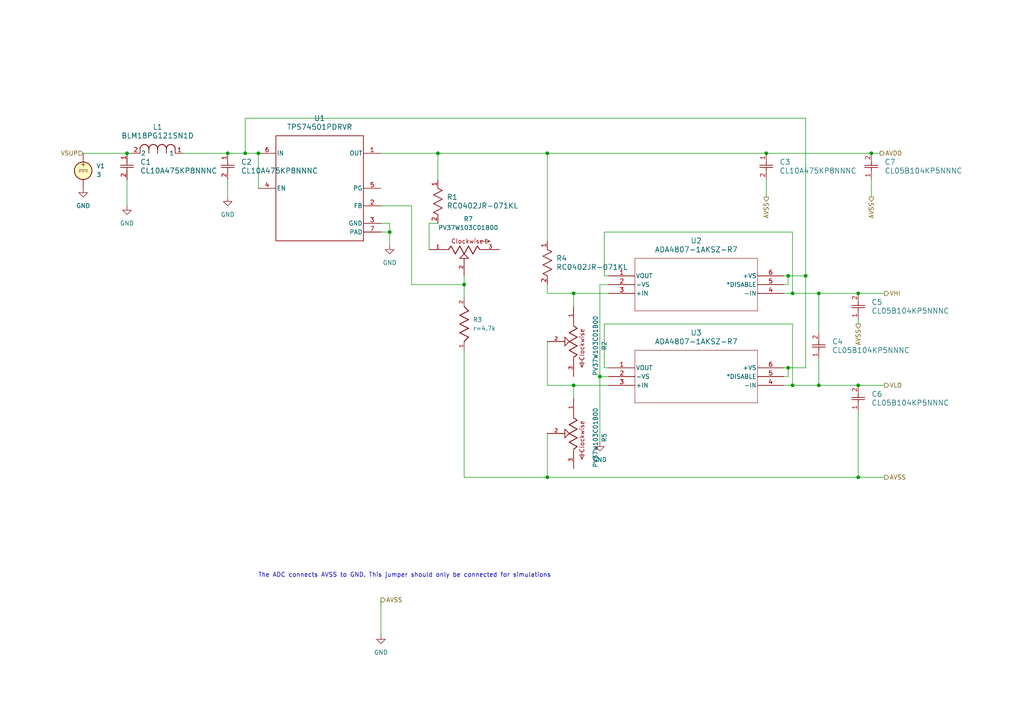
<source format=kicad_sch>
(kicad_sch (version 20231120) (generator "eeschema") (generator_version "8.0")
  (paper "A4")
  (lib_symbols
    (symbol "Cap100nF:CL05B104KP5NNNC" (pin_names (offset 0.254))
      (property "Reference" "C" (at 3.81 3.81 0))
      (property "Value" "CL05B104KP5NNNC" (at 3.81 -3.81 0))
      (symbol "CL05B104KP5NNNC_1_1"
        (polyline (pts (xy 2.54 0) (xy 3.4798 0)) (stroke (width 0.2032)))
        (polyline (pts (xy 3.4798 -1.905) (xy 3.4798 1.905)) (stroke (width 0.2032)))
        (polyline (pts (xy 4.1148 -1.905) (xy 4.1148 1.905)) (stroke (width 0.2032)))
        (polyline (pts (xy 4.1148 0) (xy 5.08 0)) (stroke (width 0.2032)))
        (pin unspecified line (at 0 0 0) (length 2.54) (name "") (number "1"))
        (pin unspecified line (at 7.62 0 180) (length 2.54) (name "") (number "2"))
      )
      (symbol "CL05B104KP5NNNC_1_2"
        (polyline (pts (xy -1.905 -4.1148) (xy 1.905 -4.1148)) (stroke (width 0.2032)))
        (polyline (pts (xy -1.905 -3.4798) (xy 1.905 -3.4798)) (stroke (width 0.2032)))
        (polyline (pts (xy 0 -4.1148) (xy 0 -5.08)) (stroke (width 0.2032)))
        (polyline (pts (xy 0 -2.54) (xy 0 -3.4798)) (stroke (width 0.2032)))
        (pin unspecified line (at 0 0 270) (length 2.54) (name "") (number "1"))
        (pin unspecified line (at 0 -7.62 90) (length 2.54) (name "") (number "2"))
      )
    )
    (symbol "Cap4.7uF:CL10A475KP8NNNC" (pin_names (offset 0.254))
      (property "Reference" "C" (at 3.81 3.81 0))
      (property "Value" "CL10A475KP8NNNC" (at 3.81 -3.81 0))
      (symbol "CL10A475KP8NNNC_1_1"
        (polyline (pts (xy 2.54 0) (xy 3.4798 0)) (stroke (width 0.2032)))
        (polyline (pts (xy 3.4798 -1.905) (xy 3.4798 1.905)) (stroke (width 0.2032)))
        (polyline (pts (xy 4.1148 -1.905) (xy 4.1148 1.905)) (stroke (width 0.2032)))
        (polyline (pts (xy 4.1148 0) (xy 5.08 0)) (stroke (width 0.2032)))
        (pin unspecified line (at 0 0 0) (length 2.54) (name "") (number "1"))
        (pin unspecified line (at 7.62 0 180) (length 2.54) (name "") (number "2"))
      )
      (symbol "CL10A475KP8NNNC_1_2"
        (polyline (pts (xy -1.905 -4.1148) (xy 1.905 -4.1148)) (stroke (width 0.2032)))
        (polyline (pts (xy -1.905 -3.4798) (xy 1.905 -3.4798)) (stroke (width 0.2032)))
        (polyline (pts (xy 0 -4.1148) (xy 0 -5.08)) (stroke (width 0.2032)))
        (polyline (pts (xy 0 -2.54) (xy 0 -3.4798)) (stroke (width 0.2032)))
        (pin unspecified line (at 0 0 270) (length 2.54) (name "") (number "1"))
        (pin unspecified line (at 0 -7.62 90) (length 2.54) (name "") (number "2"))
      )
    )
    (symbol "LDO:TPS74501PDRVR" (pin_names (offset 0.254))
      (property "Reference" "U" (at 0 2.54 0))
      (property "Value" "TPS74501PDRVR" (at 0 0 0))
      (symbol "TPS74501PDRVR_0_1"
        (polyline (pts (xy -12.7 -15.24) (xy 12.7 -15.24)) (stroke (width 0.2032)))
        (polyline (pts (xy -12.7 15.24) (xy -12.7 -15.24)) (stroke (width 0.2032)))
        (polyline (pts (xy 12.7 -15.24) (xy 12.7 15.24)) (stroke (width 0.2032)))
        (polyline (pts (xy 12.7 15.24) (xy -12.7 15.24)) (stroke (width 0.2032)))
        (pin power_in line (at 17.78 10.16 180) (length 5.08) (name "OUT") (number "1"))
        (pin input line (at 17.78 -5.08 180) (length 5.08) (name "FB") (number "2"))
        (pin power_in line (at 17.78 -10.16 180) (length 5.08) (name "GND") (number "3"))
        (pin input line (at -17.78 0 0) (length 5.08) (name "EN") (number "4"))
        (pin open_collector line (at 17.78 0 180) (length 5.08) (name "PG") (number "5"))
        (pin power_in line (at -17.78 10.16 0) (length 5.08) (name "IN") (number "6"))
        (pin power_in line (at 17.78 -12.7 180) (length 5.08) (name "PAD") (number "7"))
      )
    )
    (symbol "Opamp:ADA4807-1AKSZ-R7" (pin_names (offset 0.254))
      (property "Reference" "U" (at 25.4 10.16 0))
      (property "Value" "ADA4807-1AKSZ-R7" (at 25.4 7.62 0))
      (symbol "ADA4807-1AKSZ-R7_0_1"
        (polyline (pts (xy 7.62 -10.16) (xy 43.18 -10.16)) (stroke (width 0.127)))
        (polyline (pts (xy 7.62 5.08) (xy 7.62 -10.16)) (stroke (width 0.127)))
        (polyline (pts (xy 43.18 -10.16) (xy 43.18 5.08)) (stroke (width 0.127)))
        (polyline (pts (xy 43.18 5.08) (xy 7.62 5.08)) (stroke (width 0.127)))
        (pin power_in line (at 0 0 0) (length 7.62) (name "VOUT") (number "1"))
        (pin power_in line (at 0 -2.54 0) (length 7.62) (name "-VS") (number "2"))
        (pin input line (at 0 -5.08 0) (length 7.62) (name "+IN") (number "3"))
        (pin input line (at 50.8 -5.08 180) (length 7.62) (name "-IN") (number "4"))
        (pin unspecified line (at 50.8 -2.54 180) (length 7.62) (name "*DISABLE") (number "5"))
        (pin power_in line (at 50.8 0 180) (length 7.62) (name "+VS") (number "6"))
      )
    )
    (symbol "Resistor1k:RC0402JR-071KL" (pin_names (offset 0.254))
      (property "Reference" "R" (at 5.715 3.81 0))
      (property "Value" "RC0402JR-071KL" (at 6.35 -3.81 0))
      (symbol "RC0402JR-071KL_1_1"
        (polyline (pts (xy 2.54 0) (xy 3.175 1.27)) (stroke (width 0.2032)))
        (polyline (pts (xy 3.175 1.27) (xy 4.445 -1.27)) (stroke (width 0.2032)))
        (polyline (pts (xy 4.445 -1.27) (xy 5.715 1.27)) (stroke (width 0.2032)))
        (polyline (pts (xy 5.715 1.27) (xy 6.985 -1.27)) (stroke (width 0.2032)))
        (polyline (pts (xy 6.985 -1.27) (xy 8.255 1.27)) (stroke (width 0.2032)))
        (polyline (pts (xy 8.255 1.27) (xy 9.525 -1.27)) (stroke (width 0.2032)))
        (polyline (pts (xy 9.525 -1.27) (xy 10.16 0)) (stroke (width 0.2032)))
        (pin unspecified line (at 12.7 0 180) (length 2.54) (name "") (number "1"))
        (pin unspecified line (at 0 0 0) (length 2.54) (name "") (number "2"))
      )
      (symbol "RC0402JR-071KL_1_2"
        (polyline (pts (xy -1.27 3.175) (xy 1.27 4.445)) (stroke (width 0.2032)))
        (polyline (pts (xy -1.27 5.715) (xy 1.27 6.985)) (stroke (width 0.2032)))
        (polyline (pts (xy -1.27 8.255) (xy 1.27 9.525)) (stroke (width 0.2032)))
        (polyline (pts (xy 0 2.54) (xy -1.27 3.175)) (stroke (width 0.2032)))
        (polyline (pts (xy 1.27 4.445) (xy -1.27 5.715)) (stroke (width 0.2032)))
        (polyline (pts (xy 1.27 6.985) (xy -1.27 8.255)) (stroke (width 0.2032)))
        (polyline (pts (xy 1.27 9.525) (xy 0 10.16)) (stroke (width 0.2032)))
        (pin unspecified line (at 0 12.7 270) (length 2.54) (name "") (number "1"))
        (pin unspecified line (at 0 0 90) (length 2.54) (name "") (number "2"))
      )
    )
    (symbol "Simulation_SPICE:VDC" (pin_numbers hide) (pin_names (offset 0.0254))
      (property "Reference" "V" (at 2.54 2.54 0))
      (property "Value" "1" (at 2.54 0 0))
      (symbol "VDC_0_0"
        (polyline (pts (xy -1.27 0.254) (xy 1.27 0.254)))
        (polyline (pts (xy -0.762 -0.254) (xy -1.27 -0.254)))
        (polyline (pts (xy 0.254 -0.254) (xy -0.254 -0.254)))
        (polyline (pts (xy 1.27 -0.254) (xy 0.762 -0.254)))
        (text "+" (at 0 1.905 0) (effects (font (size 1.27 1.27))))
      )
      (symbol "VDC_0_1"
        (circle (center 0 0) (radius 2.54) (stroke (width 0.254)) (fill (type background)))
      )
      (symbol "VDC_1_1"
        (pin passive line (at 0 5.08 270) (length 2.54) (name "~") (number "1"))
        (pin passive line (at 0 -5.08 90) (length 2.54) (name "~") (number "2"))
      )
    )
    (symbol "ferriteBeads120Ohm:BLM18PG121SN1D" (pin_names (offset 0.254))
      (property "Reference" "L" (at 6.985 5.08 0))
      (property "Value" "BLM18PG121SN1D" (at 6.985 -2.54 0))
      (symbol "BLM18PG121SN1D_1_1"
        (polyline (pts (xy 2.54 0) (xy 2.54 1.27)) (stroke (width 0.2032)))
        (polyline (pts (xy 5.08 0) (xy 5.08 1.27)) (stroke (width 0.2032)))
        (polyline (pts (xy 7.62 0) (xy 7.62 1.27)) (stroke (width 0.2032)))
        (polyline (pts (xy 10.16 0) (xy 10.16 1.27)) (stroke (width 0.2032)))
        (polyline (pts (xy 12.7 0) (xy 12.7 1.27)) (stroke (width 0.2032)))
        (arc (start 5.08 1.27) (mid 3.81 2.5344) (end 2.54 1.27) (stroke (width 0.254)))
        (arc (start 7.62 1.27) (mid 6.35 2.5344) (end 5.08 1.27) (stroke (width 0.254)))
        (arc (start 10.16 1.27) (mid 8.89 2.5344) (end 7.62 1.27) (stroke (width 0.254)))
        (arc (start 12.7 1.27) (mid 11.43 2.5344) (end 10.16 1.27) (stroke (width 0.254)))
        (pin unspecified line (at 15.24 0 180) (length 2.54) (name "1") (number "1"))
        (pin unspecified line (at 0 0 0) (length 2.54) (name "2") (number "2"))
      )
      (symbol "BLM18PG121SN1D_1_2"
        (arc (start -1.27 5.08) (mid -2.5344 3.81) (end -1.27 2.54) (stroke (width 0.254)))
        (arc (start -1.27 7.62) (mid -2.5344 6.35) (end -1.27 5.08) (stroke (width 0.254)))
        (arc (start -1.27 10.16) (mid -2.5344 8.89) (end -1.27 7.62) (stroke (width 0.254)))
        (arc (start -1.27 12.7) (mid -2.5344 11.43) (end -1.27 10.16) (stroke (width 0.254)))
        (polyline (pts (xy 0 2.54) (xy -1.27 2.54)) (stroke (width 0.2032)))
        (polyline (pts (xy 0 5.08) (xy -1.27 5.08)) (stroke (width 0.2032)))
        (polyline (pts (xy 0 7.62) (xy -1.27 7.62)) (stroke (width 0.2032)))
        (polyline (pts (xy 0 10.16) (xy -1.27 10.16)) (stroke (width 0.2032)))
        (polyline (pts (xy 0 12.7) (xy -1.27 12.7)) (stroke (width 0.2032)))
        (pin unspecified line (at 0 15.24 270) (length 2.54) (name "1") (number "1"))
        (pin unspecified line (at 0 0 90) (length 2.54) (name "2") (number "2"))
      )
    )
    (symbol "pot_10turn:PV37W103C01B00" (pin_names (offset 1.016))
      (property "Reference" "R" (at -10.6887 7.6348 0))
      (property "Value" "PV37W103C01B00" (at -10.6887 -5.5953 0))
      (symbol "PV37W103C01B00_0_0"
        (polyline (pts (xy -4.572 0) (xy -5.08 0)) (stroke (width 0.1524)))
        (polyline (pts (xy -3.81 -1.016) (xy -4.572 0)) (stroke (width 0.254)))
        (polyline (pts (xy -2.54 1.27) (xy -3.81 -1.016)) (stroke (width 0.254)))
        (polyline (pts (xy -1.27 -1.016) (xy -2.54 1.27)) (stroke (width 0.254)))
        (polyline (pts (xy -1.27 2.54) (xy 1.27 2.54)) (stroke (width 0.2032)))
        (polyline (pts (xy 0 1.27) (xy -1.27 -1.016)) (stroke (width 0.254)))
        (polyline (pts (xy 0 1.27) (xy -1.27 2.54)) (stroke (width 0.2032)))
        (polyline (pts (xy 1.27 -1.016) (xy 0 1.27)) (stroke (width 0.254)))
        (polyline (pts (xy 1.27 2.54) (xy 0 1.27)) (stroke (width 0.2032)))
        (polyline (pts (xy 2.54 1.27) (xy 1.27 -1.016)) (stroke (width 0.254)))
        (polyline (pts (xy 3.81 -1.016) (xy 2.54 1.27)) (stroke (width 0.254)))
        (polyline (pts (xy 4.572 0) (xy 3.81 -1.016)) (stroke (width 0.254)))
        (polyline (pts (xy 4.953 -2.413) (xy 7.493 -2.413)) (stroke (width 0.1524)))
        (polyline (pts (xy 5.08 0) (xy 4.572 0)) (stroke (width 0.1524)))
        (polyline (pts (xy 6.223 -3.048) (xy 6.223 -1.778)) (stroke (width 0.1524)))
        (polyline (pts (xy 6.223 -1.778) (xy 7.493 -2.413)) (stroke (width 0.1524)))
        (polyline (pts (xy 7.493 -2.413) (xy 6.223 -3.048)) (stroke (width 0.1524)))
        (text "Clockwise" (at -3.81 -3.175 0) (effects (font (size 1.27 1.27)) (justify left bottom)))
        (pin passive line (at -10.16 0 0) (length 5.08) (name "~") (number "1"))
        (pin passive line (at 0 7.62 270) (length 5.08) (name "~") (number "2"))
        (pin passive line (at 10.16 0 180) (length 5.08) (name "~") (number "3"))
      )
    )
    (symbol "power:GND" (power) (pin_numbers hide) (pin_names (offset 0) hide)
      (property "Value" "GND" (at 0 -3.81 0))
      (symbol "GND_0_1"
        (polyline (pts (xy 0 0) (xy 0 -1.27) (xy 1.27 -1.27) (xy 0 -2.54) (xy -1.27 -1.27) (xy 0 -1.27)))
      )
      (symbol "GND_1_1"
        (pin power_in line (at 0 0 270) (length 0) (name "~") (number "1"))
      )
    )
    (symbol "resistor4.7k:RC0402FR-074K7L" (pin_names (offset 1.016))
      (property "Reference" "R" (at -4.447 2.0075 0))
      (property "Value" "RC0402FR-074K7L" (at -4.4467 -3.5574 0))
      (symbol "RC0402FR-074K7L_0_0"
        (polyline (pts (xy -5.08 0) (xy -3.81 -1.27)) (stroke (width 0.254)))
        (polyline (pts (xy -3.81 -1.27) (xy -2.54 1.27)) (stroke (width 0.254)))
        (polyline (pts (xy -2.54 1.27) (xy -1.27 -1.27)) (stroke (width 0.254)))
        (polyline (pts (xy -1.27 -1.27) (xy 0 1.27)) (stroke (width 0.254)))
        (polyline (pts (xy 0 1.27) (xy 1.27 -1.27)) (stroke (width 0.254)))
        (polyline (pts (xy 1.27 -1.27) (xy 2.54 1.27)) (stroke (width 0.254)))
        (polyline (pts (xy 2.54 1.27) (xy 3.81 -1.27)) (stroke (width 0.254)))
        (polyline (pts (xy 3.81 -1.27) (xy 5.08 0)) (stroke (width 0.254)))
        (pin passive line (at -7.62 0 0) (length 2.54) (name "~") (number "1"))
        (pin passive line (at 7.62 0 180) (length 2.54) (name "~") (number "2"))
      )
    )
  )
  (junction (at 113.03 67.31))
  (junction (at 237.49 111.76))
  (junction (at 158.75 44.45))
  (junction (at 228.6 106.68))
  (junction (at 166.37 111.76))
  (junction (at 229.87 111.76))
  (junction (at 248.92 85.09))
  (junction (at 71.12 44.45))
  (junction (at 74.93 44.45))
  (junction (at 252.73 44.45))
  (junction (at 173.99 109.22))
  (junction (at 237.49 85.09))
  (junction (at 228.6 80.01))
  (junction (at 36.83 44.45))
  (junction (at 66.04 44.45))
  (junction (at 222.25 44.45))
  (junction (at 134.62 82.55))
  (junction (at 166.37 85.09))
  (junction (at 158.75 138.43))
  (junction (at 248.92 138.43))
  (junction (at 248.92 111.76))
  (junction (at 229.87 85.09))
  (junction (at 127 44.45))
  (junction (at 233.68 80.01))
  (wire (pts (xy 36.83 44.45) (xy 38.1 44.45)))
  (wire (pts (xy 175.26 106.68) (xy 176.53 106.68)))
  (wire (pts (xy 252.73 52.07) (xy 252.73 57.15)))
  (wire (pts (xy 158.75 82.55) (xy 158.75 85.09)))
  (wire (pts (xy 222.25 52.07) (xy 222.25 57.15)))
  (wire (pts (xy 71.12 44.45) (xy 74.93 44.45)))
  (wire (pts (xy 134.62 138.43) (xy 158.75 138.43)))
  (wire (pts (xy 134.62 82.55) (xy 119.38 82.55)))
  (wire (pts (xy 227.33 111.76) (xy 229.87 111.76)))
  (wire (pts (xy 134.62 82.55) (xy 134.62 86.36)))
  (wire (pts (xy 110.49 64.77) (xy 113.03 64.77)))
  (wire (pts (xy 173.99 109.22) (xy 173.99 128.27)))
  (wire (pts (xy 227.33 106.68) (xy 228.6 106.68)))
  (wire (pts (xy 228.6 106.68) (xy 233.68 106.68)))
  (wire (pts (xy 175.26 80.01) (xy 176.53 80.01)))
  (wire (pts (xy 166.37 85.09) (xy 166.37 88.9)))
  (wire (pts (xy 248.92 92.71) (xy 248.92 93.98)))
  (wire (pts (xy 228.6 80.01) (xy 228.6 82.55)))
  (wire (pts (xy 229.87 111.76) (xy 237.49 111.76)))
  (wire (pts (xy 71.12 34.29) (xy 233.68 34.29)))
  (wire (pts (xy 227.33 80.01) (xy 228.6 80.01)))
  (wire (pts (xy 113.03 64.77) (xy 113.03 67.31)))
  (wire (pts (xy 158.75 99.06) (xy 158.75 111.76)))
  (wire (pts (xy 127 64.77) (xy 124.46 64.77)))
  (wire (pts (xy 124.46 64.77) (xy 124.46 72.39)))
  (wire (pts (xy 158.75 85.09) (xy 166.37 85.09)))
  (wire (pts (xy 237.49 111.76) (xy 248.92 111.76)))
  (wire (pts (xy 119.38 82.55) (xy 119.38 59.69)))
  (wire (pts (xy 36.83 52.07) (xy 36.83 59.69)))
  (wire (pts (xy 175.26 93.98) (xy 175.26 106.68)))
  (wire (pts (xy 228.6 106.68) (xy 228.6 109.22)))
  (wire (pts (xy 166.37 111.76) (xy 166.37 115.57)))
  (wire (pts (xy 74.93 44.45) (xy 74.93 54.61)))
  (wire (pts (xy 127 44.45) (xy 158.75 44.45)))
  (wire (pts (xy 66.04 57.15) (xy 66.04 52.07)))
  (wire (pts (xy 158.75 125.73) (xy 158.75 138.43)))
  (wire (pts (xy 158.75 44.45) (xy 222.25 44.45)))
  (wire (pts (xy 173.99 82.55) (xy 176.53 82.55)))
  (wire (pts (xy 175.26 67.31) (xy 175.26 80.01)))
  (wire (pts (xy 166.37 85.09) (xy 176.53 85.09)))
  (wire (pts (xy 228.6 80.01) (xy 233.68 80.01)))
  (wire (pts (xy 66.04 44.45) (xy 71.12 44.45)))
  (wire (pts (xy 173.99 82.55) (xy 173.99 109.22)))
  (wire (pts (xy 229.87 93.98) (xy 175.26 93.98)))
  (wire (pts (xy 229.87 111.76) (xy 229.87 93.98)))
  (wire (pts (xy 110.49 67.31) (xy 113.03 67.31)))
  (wire (pts (xy 248.92 85.09) (xy 256.54 85.09)))
  (wire (pts (xy 227.33 82.55) (xy 228.6 82.55)))
  (wire (pts (xy 252.73 44.45) (xy 255.27 44.45)))
  (wire (pts (xy 233.68 34.29) (xy 233.68 80.01)))
  (wire (pts (xy 134.62 101.6) (xy 134.62 138.43)))
  (wire (pts (xy 134.62 80.01) (xy 134.62 82.55)))
  (wire (pts (xy 229.87 85.09) (xy 237.49 85.09)))
  (wire (pts (xy 71.12 44.45) (xy 71.12 34.29)))
  (wire (pts (xy 113.03 67.31) (xy 113.03 71.12)))
  (wire (pts (xy 237.49 85.09) (xy 237.49 96.52)))
  (wire (pts (xy 222.25 44.45) (xy 252.73 44.45)))
  (wire (pts (xy 248.92 111.76) (xy 256.54 111.76)))
  (wire (pts (xy 248.92 138.43) (xy 256.54 138.43)))
  (wire (pts (xy 119.38 59.69) (xy 110.49 59.69)))
  (wire (pts (xy 127 44.45) (xy 127 52.07)))
  (wire (pts (xy 229.87 85.09) (xy 229.87 67.31)))
  (wire (pts (xy 166.37 111.76) (xy 176.53 111.76)))
  (wire (pts (xy 110.49 173.99) (xy 110.49 184.15)))
  (wire (pts (xy 237.49 85.09) (xy 248.92 85.09)))
  (wire (pts (xy 233.68 80.01) (xy 233.68 106.68)))
  (wire (pts (xy 158.75 111.76) (xy 166.37 111.76)))
  (wire (pts (xy 237.49 104.14) (xy 237.49 111.76)))
  (wire (pts (xy 110.49 44.45) (xy 127 44.45)))
  (wire (pts (xy 248.92 119.38) (xy 248.92 138.43)))
  (wire (pts (xy 227.33 85.09) (xy 229.87 85.09)))
  (wire (pts (xy 229.87 67.31) (xy 175.26 67.31)))
  (wire (pts (xy 227.33 109.22) (xy 228.6 109.22)))
  (wire (pts (xy 173.99 109.22) (xy 176.53 109.22)))
  (wire (pts (xy 158.75 44.45) (xy 158.75 69.85)))
  (wire (pts (xy 53.34 44.45) (xy 66.04 44.45)))
  (wire (pts (xy 24.13 44.45) (xy 36.83 44.45)))
  (wire (pts (xy 158.75 138.43) (xy 248.92 138.43)))
  (text "The ADC connects AVSS to GND. This jumper should only be connected for simulations" (at 117.348 166.878 0) (effects (font (size 1.27 1.27))))
  (hierarchical_label "AVSS" (shape output) (at 252.73 57.15 270))
  (hierarchical_label "AVSS" (shape output) (at 256.54 138.43 0))
  (hierarchical_label "AVSS" (shape output) (at 110.49 173.99 0))
  (hierarchical_label "AVDD" (shape output) (at 255.27 44.45 0))
  (hierarchical_label "VSUP" (shape input) (at 24.13 44.45 180))
  (hierarchical_label "AVSS" (shape output) (at 222.25 57.15 270))
  (hierarchical_label "VHI" (shape output) (at 256.54 85.09 0))
  (hierarchical_label "AVSS" (shape output) (at 248.92 93.98 270))
  (hierarchical_label "VLO" (shape output) (at 256.54 111.76 0))
  (symbol (lib_id "Resistor1k:RC0402JR-071KL") (at 158.75 82.55 90) (unit 1)
    (property "Reference" "R4" (at 161.29 74.9299 90) (effects (font (size 1.524 1.524)) (justify right)))
    (property "Value" "RC0402JR-071KL" (at 161.29 77.4699 90) (effects (font (size 1.524 1.524)) (justify right)))
    (property "Footprint" "RC0402N_YAG" (effects (hide yes)))
    (property "Datasheet" "RC0402JR-071KL" (effects (hide yes)))
    (property "Sim.Device" "R" (effects (hide yes)))
    (property "Sim.Pins" "1=+ 2=-" (effects (hide yes)))
    (property "Sim.Params" "r=1k" (effects (hide yes)))
    (property "Sim.Type" "=" (effects (hide yes)))
  )
  (symbol (lib_id "Resistor1k:RC0402JR-071KL") (at 127 64.77 90) (unit 1)
    (property "Reference" "R1" (at 129.54 57.1499 90) (effects (font (size 1.524 1.524)) (justify right)))
    (property "Value" "RC0402JR-071KL" (at 129.54 59.6899 90) (effects (font (size 1.524 1.524)) (justify right)))
    (property "Footprint" "RC0402N_YAG" (effects (hide yes)))
    (property "Datasheet" "RC0402JR-071KL" (effects (hide yes)))
    (property "Sim.Device" "R" (effects (hide yes)))
    (property "Sim.Pins" "1=+ 2=-" (effects (hide yes)))
    (property "Sim.Params" "r=1k" (effects (hide yes)))
    (property "Sim.Type" "=" (effects (hide yes)))
  )
  (symbol (lib_id "resistor4.7k:RC0402FR-074K7L") (at 134.62 93.98 90) (unit 1)
    (property "Reference" "R3" (at 137.16 92.7099 90) (effects (justify right)))
    (property "Value" "${SIM.PARAMS}" (at 137.16 95.2499 90) (effects (justify right)))
    (property "Footprint" "RC0402FR-074K7L:RESC1005X40" (effects (hide yes)))
    (property "DigiKey_Part_Number" "311-4.7KLRTR-ND" (effects (hide yes)))
    (property "SnapEDA_Link" "https://www.snapeda.com/parts/RC0402FR-074K7L/Yageo/view-part/?ref=snap" (effects (hide yes)))
    (property "Description_1" "\n4.7 kOhms ±1% 0.063W, 1/16W Chip Resistor 0402 (1005 Metric) Moisture Resistant Thick Film\n" (effects (hide yes)))
    (property "Package" "1005 Panasonic Electronic Components" (effects (hide yes)))
    (property "Check_prices" "https://www.snapeda.com/parts/RC0402FR-074K7L/Yageo/view-part/?ref=eda" (effects (hide yes)))
    (property "MF" "Yageo" (effects (hide yes)))
    (property "MP" "RC0402FR-074K7L" (effects (hide yes)))
    (property "MANUFACTURER" "YAGEO" (effects (hide yes)))
    (property "Sim.Device" "R" (effects (hide yes)))
    (property "Sim.Type" "=" (effects (hide yes)))
    (property "Sim.Params" "r=4.7k" (effects (hide yes)))
    (property "Sim.Pins" "1=+ 2=-" (effects (hide yes)))
  )
  (symbol (lib_id "pot_10turn:PV37W103C01B00") (at 134.62 72.39 0) (mirror x) (unit 1)
    (property "Reference" "R7" (at 135.8265 63.5 0))
    (property "Value" "PV37W103C01B00" (at 135.8265 66.04 0))
    (property "Footprint" "PV37W103C01B00:TRIM_PV37W103C01B00" (effects (hide yes)))
    (property "PARTREV" "08/19" (effects (hide yes)))
    (property "STANDARD" "Manufacturer recommendations" (effects (hide yes)))
    (property "MAXIMUM_PACKAGE_HEIGHT" "7.75 mm" (effects (hide yes)))
    (property "MANUFACTURER" "Bourns" (effects (hide yes)))
    (property "Sim.Device" "R" (effects (hide yes)))
    (property "Sim.Type" "POT" (effects (hide yes)))
    (property "Sim.Pins" "1=r0 2=wiper 3=r1" (effects (hide yes)))
    (property "Sim.Params" "r=10k" (effects (hide yes)))
  )
  (symbol (lib_id "Cap100nF:CL05B104KP5NNNC") (at 248.92 92.71 90) (unit 1)
    (property "Reference" "C5" (at 252.73 87.6299 90) (effects (font (size 1.524 1.524)) (justify right)))
    (property "Value" "CL05B104KP5NNNC" (at 252.73 90.1699 90) (effects (font (size 1.524 1.524)) (justify right)))
    (property "Footprint" "CAP_CL05_SAM" (effects (hide yes)))
    (property "Datasheet" "CL05B104KP5NNNC" (effects (hide yes)))
    (property "Sim.Device" "C" (effects (hide yes)))
    (property "Sim.Pins" "1=+ 2=-" (effects (hide yes)))
    (property "Sim.Params" "c=100n" (effects (hide yes)))
    (property "Sim.Type" "=" (effects (hide yes)))
  )
  (symbol (lib_id "Opamp:ADA4807-1AKSZ-R7") (at 176.53 106.68 0) (unit 1)
    (property "Reference" "U3" (at 201.93 96.52 0) (effects (font (size 1.524 1.524))))
    (property "Value" "ADA4807-1AKSZ-R7" (at 201.93 99.06 0) (effects (font (size 1.524 1.524))))
    (property "Footprint" "KS-6_ADI" (effects (hide yes)))
    (property "Datasheet" "ADA4807-1AKSZ-R7" (effects (hide yes)))
    (property "Sim.Library" "/home/maxwell/github-repos/sp-24-EE628/6_Test/2_PCB/test_board_1/TestBoardEDA/models/ADA4807.cir" (effects (hide yes)))
    (property "Sim.Name" "ADA4807" (effects (hide yes)))
    (property "Sim.Device" "SUBCKT" (effects (hide yes)))
    (property "Sim.Pins" "1=104 2=103 3=100 4=101 5=106 6=102" (effects (hide yes)))
  )
  (symbol (lib_id "Cap100nF:CL05B104KP5NNNC") (at 252.73 52.07 90) (unit 1)
    (property "Reference" "C7" (at 256.54 46.9899 90) (effects (font (size 1.524 1.524)) (justify right)))
    (property "Value" "CL05B104KP5NNNC" (at 256.54 49.5299 90) (effects (font (size 1.524 1.524)) (justify right)))
    (property "Footprint" "CAP_CL05_SAM" (effects (hide yes)))
    (property "Datasheet" "CL05B104KP5NNNC" (effects (hide yes)))
    (property "Sim.Device" "C" (effects (hide yes)))
    (property "Sim.Pins" "1=+ 2=-" (effects (hide yes)))
    (property "Sim.Params" "c=100n" (effects (hide yes)))
    (property "Sim.Type" "=" (effects (hide yes)))
  )
  (symbol (lib_id "power:GND") (at 24.13 54.61 0) (unit 1)
    (property "Reference" "#PWR07" (effects (hide yes)))
    (property "Value" "GND" (at 24.13 59.69 0))
    (property "Description" "Power symbol creates a global label with name \"GND\" , ground" (effects (hide yes)))
  )
  (symbol (lib_id "Cap100nF:CL05B104KP5NNNC") (at 237.49 104.14 90) (unit 1)
    (property "Reference" "C4" (at 241.3 99.0599 90) (effects (font (size 1.524 1.524)) (justify right)))
    (property "Value" "CL05B104KP5NNNC" (at 241.3 101.5999 90) (effects (font (size 1.524 1.524)) (justify right)))
    (property "Footprint" "CAP_CL05_SAM" (effects (hide yes)))
    (property "Datasheet" "CL05B104KP5NNNC" (effects (hide yes)))
    (property "Sim.Device" "C" (effects (hide yes)))
    (property "Sim.Pins" "1=+ 2=-" (effects (hide yes)))
    (property "Sim.Params" "c=100n" (effects (hide yes)))
    (property "Sim.Type" "=" (effects (hide yes)))
  )
  (symbol (lib_id "power:GND") (at 110.49 184.15 0) (unit 1)
    (property "Reference" "#PWR05" (effects (hide yes)))
    (property "Value" "GND" (at 110.49 189.23 0))
    (property "Description" "Power symbol creates a global label with name \"GND\" , ground" (effects (hide yes)))
  )
  (symbol (lib_id "LDO:TPS74501PDRVR") (at 92.71 54.61 0) (unit 1)
    (property "Reference" "U1" (at 92.71 34.29 0) (effects (font (size 1.524 1.524))))
    (property "Value" "TPS74501PDRVR" (at 92.71 36.83 0) (effects (font (size 1.524 1.524))))
    (property "Footprint" "DRV0006A" (effects (hide yes)))
    (property "Datasheet" "TPS74501PDRVR" (effects (hide yes)))
    (property "Sim.Library" "/home/maxwell/github-repos/sp-24-EE628/6_Test/2_PCB/test_board_1/TestBoardEDA/models/TPS74501P_TRANS.lib" (effects (hide yes)))
    (property "Sim.Name" "TPS74501P_TRANS" (effects (hide yes)))
    (property "Sim.Device" "SUBCKT" (effects (hide yes)))
    (property "Sim.Pins" "1=VOUT 2=FB 3=GND 4=EN 5=PG 6=VIN" (effects (hide yes)))
  )
  (symbol (lib_id "Cap100nF:CL05B104KP5NNNC") (at 248.92 119.38 90) (unit 1)
    (property "Reference" "C6" (at 252.73 114.2999 90) (effects (font (size 1.524 1.524)) (justify right)))
    (property "Value" "CL05B104KP5NNNC" (at 252.73 116.8399 90) (effects (font (size 1.524 1.524)) (justify right)))
    (property "Footprint" "CAP_CL05_SAM" (effects (hide yes)))
    (property "Datasheet" "CL05B104KP5NNNC" (effects (hide yes)))
    (property "Sim.Device" "C" (effects (hide yes)))
    (property "Sim.Pins" "1=+ 2=-" (effects (hide yes)))
    (property "Sim.Params" "c=100n" (effects (hide yes)))
    (property "Sim.Type" "=" (effects (hide yes)))
  )
  (symbol (lib_id "Simulation_SPICE:VDC") (at 24.13 49.53 0) (unit 1)
    (property "Reference" "V1" (at 27.94 48.1301 0) (effects (justify left)))
    (property "Value" "3" (at 27.94 50.6701 0) (effects (justify left)))
    (property "Datasheet" "https://ngspice.sourceforge.io/docs/ngspice-html-manual/manual.xhtml#sec_Independent_Sources_for" (effects (hide yes)))
    (property "Description" "Voltage source, DC" (effects (hide yes)))
    (property "Sim.Pins" "1=+ 2=-" (effects (hide yes)))
    (property "Sim.Type" "DC" (effects (hide yes)))
    (property "Sim.Device" "V" (effects (hide yes)))
  )
  (symbol (lib_id "power:GND") (at 66.04 57.15 0) (unit 1)
    (property "Reference" "#PWR02" (effects (hide yes)))
    (property "Value" "GND" (at 66.04 62.23 0))
    (property "Description" "Power symbol creates a global label with name \"GND\" , ground" (effects (hide yes)))
  )
  (symbol (lib_id "pot_10turn:PV37W103C01B00") (at 166.37 99.06 90) (mirror x) (unit 1)
    (property "Reference" "R2" (at 175.26 100.2665 0))
    (property "Value" "PV37W103C01B00" (at 172.72 100.2665 0))
    (property "Footprint" "PV37W103C01B00:TRIM_PV37W103C01B00" (effects (hide yes)))
    (property "PARTREV" "08/19" (effects (hide yes)))
    (property "STANDARD" "Manufacturer recommendations" (effects (hide yes)))
    (property "MAXIMUM_PACKAGE_HEIGHT" "7.75 mm" (effects (hide yes)))
    (property "MANUFACTURER" "Bourns" (effects (hide yes)))
    (property "Sim.Device" "R" (effects (hide yes)))
    (property "Sim.Type" "POT" (effects (hide yes)))
    (property "Sim.Pins" "1=r0 2=wiper 3=r1" (effects (hide yes)))
    (property "Sim.Params" "r=10k pos=0.4" (effects (hide yes)))
  )
  (symbol (lib_id "Cap4.7uF:CL10A475KP8NNNC") (at 66.04 44.45 270) (unit 1)
    (property "Reference" "C2" (at 69.85 46.9899 90) (effects (font (size 1.524 1.524)) (justify left)))
    (property "Value" "CL10A475KP8NNNC" (at 69.85 49.5299 90) (effects (font (size 1.524 1.524)) (justify left)))
    (property "Footprint" "CAP_0603_CL10A_1P6XP8_SAM" (effects (hide yes)))
    (property "Datasheet" "CL10A475KP8NNNC" (effects (hide yes)))
    (property "Sim.Library" "/home/maxwell/github-repos/sp-24-EE628/6_Test/2_PCB/test_board_1/TestBoardEDA/models/CL10A475KP8NNN_Precise_DC0V_25degC_P.lib" (effects (hide yes)))
    (property "Sim.Name" "CL10A475KP8NNN_Precise_DC0V_25degC" (effects (hide yes)))
    (property "Sim.Device" "SUBCKT" (effects (hide yes)))
    (property "Sim.Pins" "1=1 2=2" (effects (hide yes)))
  )
  (symbol (lib_id "ferriteBeads120Ohm:BLM18PG121SN1D") (at 38.1 44.45 0) (unit 1)
    (property "Reference" "L1" (at 45.72 36.83 0) (effects (font (size 1.524 1.524))))
    (property "Value" "BLM18PG121SN1D" (at 45.72 39.37 0) (effects (font (size 1.524 1.524))))
    (property "Footprint" "IND_BLM18_0603_MUR" (effects (hide yes)))
    (property "Datasheet" "BLM18PG121SN1D" (effects (hide yes)))
    (property "Sim.Library" "/home/maxwell/github-repos/sp-24-EE628/6_Test/2_PCB/test_board_1/TestBoardEDA/models/BLM18PG121SN1.mod" (effects (hide yes)))
    (property "Sim.Name" "BLM18PG121SN1" (effects (hide yes)))
    (property "Sim.Device" "SUBCKT" (effects (hide yes)))
    (property "Sim.Pins" "1=port1 2=port2" (effects (hide yes)))
  )
  (symbol (lib_id "pot_10turn:PV37W103C01B00") (at 166.37 125.73 90) (mirror x) (unit 1)
    (property "Reference" "R5" (at 175.26 126.9365 0))
    (property "Value" "PV37W103C01B00" (at 172.72 126.9365 0))
    (property "Footprint" "PV37W103C01B00:TRIM_PV37W103C01B00" (effects (hide yes)))
    (property "PARTREV" "08/19" (effects (hide yes)))
    (property "STANDARD" "Manufacturer recommendations" (effects (hide yes)))
    (property "MAXIMUM_PACKAGE_HEIGHT" "7.75 mm" (effects (hide yes)))
    (property "MANUFACTURER" "Bourns" (effects (hide yes)))
    (property "Sim.Device" "R" (effects (hide yes)))
    (property "Sim.Type" "POT" (effects (hide yes)))
    (property "Sim.Pins" "1=r0 2=wiper 3=r1" (effects (hide yes)))
    (property "Sim.Params" "r=10k pos=0.2" (effects (hide yes)))
  )
  (symbol (lib_id "power:GND") (at 173.99 128.27 0) (unit 1)
    (property "Reference" "#PWR04" (effects (hide yes)))
    (property "Value" "GND" (at 173.99 133.35 0))
    (property "Description" "Power symbol creates a global label with name \"GND\" , ground" (effects (hide yes)))
  )
  (symbol (lib_id "Opamp:ADA4807-1AKSZ-R7") (at 176.53 80.01 0) (unit 1)
    (property "Reference" "U2" (at 201.93 69.85 0) (effects (font (size 1.524 1.524))))
    (property "Value" "ADA4807-1AKSZ-R7" (at 201.93 72.39 0) (effects (font (size 1.524 1.524))))
    (property "Footprint" "KS-6_ADI" (effects (hide yes)))
    (property "Datasheet" "ADA4807-1AKSZ-R7" (effects (hide yes)))
    (property "Sim.Library" "/home/maxwell/github-repos/sp-24-EE628/6_Test/2_PCB/test_board_1/TestBoardEDA/models/ADA4807.cir" (effects (hide yes)))
    (property "Sim.Name" "ADA4807" (effects (hide yes)))
    (property "Sim.Device" "SUBCKT" (effects (hide yes)))
    (property "Sim.Pins" "1=104 2=103 3=100 4=101 5=106 6=102" (effects (hide yes)))
  )
  (symbol (lib_id "power:GND") (at 113.03 71.12 0) (unit 1)
    (property "Reference" "#PWR03" (effects (hide yes)))
    (property "Value" "GND" (at 113.03 76.2 0))
    (property "Description" "Power symbol creates a global label with name \"GND\" , ground" (effects (hide yes)))
  )
  (symbol (lib_id "power:GND") (at 36.83 59.69 0) (unit 1)
    (property "Reference" "#PWR01" (effects (hide yes)))
    (property "Value" "GND" (at 36.83 64.77 0))
    (property "Description" "Power symbol creates a global label with name \"GND\" , ground" (effects (hide yes)))
  )
  (symbol (lib_id "Cap4.7uF:CL10A475KP8NNNC") (at 222.25 44.45 270) (unit 1)
    (property "Reference" "C3" (at 226.06 46.9899 90) (effects (font (size 1.524 1.524)) (justify left)))
    (property "Value" "CL10A475KP8NNNC" (at 226.06 49.5299 90) (effects (font (size 1.524 1.524)) (justify left)))
    (property "Footprint" "CAP_0603_CL10A_1P6XP8_SAM" (effects (hide yes)))
    (property "Datasheet" "CL10A475KP8NNNC" (effects (hide yes)))
    (property "Sim.Library" "/home/maxwell/github-repos/sp-24-EE628/6_Test/2_PCB/test_board_1/TestBoardEDA/models/CL10A475KP8NNN_Precise_DC0V_25degC_P.lib" (effects (hide yes)))
    (property "Sim.Name" "CL10A475KP8NNN_Precise_DC0V_25degC" (effects (hide yes)))
    (property "Sim.Device" "SUBCKT" (effects (hide yes)))
    (property "Sim.Pins" "1=1 2=2" (effects (hide yes)))
  )
  (symbol (lib_id "Cap4.7uF:CL10A475KP8NNNC") (at 36.83 44.45 270) (unit 1)
    (property "Reference" "C1" (at 40.64 46.9899 90) (effects (font (size 1.524 1.524)) (justify left)))
    (property "Value" "CL10A475KP8NNNC" (at 40.64 49.5299 90) (effects (font (size 1.524 1.524)) (justify left)))
    (property "Footprint" "CAP_0603_CL10A_1P6XP8_SAM" (effects (hide yes)))
    (property "Datasheet" "CL10A475KP8NNNC" (effects (hide yes)))
    (property "Sim.Library" "/home/maxwell/github-repos/sp-24-EE628/6_Test/2_PCB/test_board_1/TestBoardEDA/models/CL10A475KP8NNN_Precise_DC0V_25degC_P.lib" (effects (hide yes)))
    (property "Sim.Name" "CL10A475KP8NNN_Precise_DC0V_25degC" (effects (hide yes)))
    (property "Sim.Device" "SUBCKT" (effects (hide yes)))
    (property "Sim.Pins" "1=1 2=2" (effects (hide yes)))
  )
)
</source>
